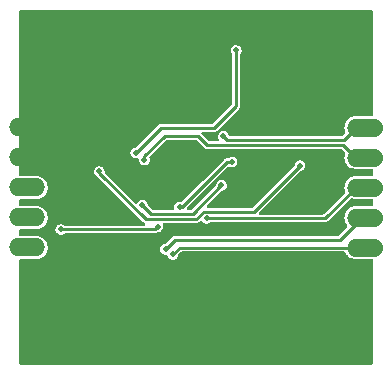
<source format=gbr>
%TF.GenerationSoftware,KiCad,Pcbnew,6.0.10-86aedd382b~118~ubuntu20.04.1*%
%TF.CreationDate,2022-12-20T17:41:16+01:00*%
%TF.ProjectId,DC_UPS,44435f55-5053-42e6-9b69-6361645f7063,rev?*%
%TF.SameCoordinates,Original*%
%TF.FileFunction,Copper,L2,Bot*%
%TF.FilePolarity,Positive*%
%FSLAX46Y46*%
G04 Gerber Fmt 4.6, Leading zero omitted, Abs format (unit mm)*
G04 Created by KiCad (PCBNEW 6.0.10-86aedd382b~118~ubuntu20.04.1) date 2022-12-20 17:41:16*
%MOMM*%
%LPD*%
G01*
G04 APERTURE LIST*
%TA.AperFunction,ComponentPad*%
%ADD10C,0.500000*%
%TD*%
%TA.AperFunction,SMDPad,CuDef*%
%ADD11R,2.650000X3.650000*%
%TD*%
%TA.AperFunction,ComponentPad*%
%ADD12O,3.048000X1.524000*%
%TD*%
%TA.AperFunction,ComponentPad*%
%ADD13C,1.524000*%
%TD*%
%TA.AperFunction,ViaPad*%
%ADD14C,0.500000*%
%TD*%
%TA.AperFunction,Conductor*%
%ADD15C,0.250000*%
%TD*%
G04 APERTURE END LIST*
D10*
%TO.P,U1,25,GND*%
%TO.N,GND*%
X42675000Y-43575000D03*
X43750000Y-44625000D03*
D11*
X43750000Y-43050000D03*
D10*
X44825000Y-44625000D03*
X44825000Y-43575000D03*
X42675000Y-41475000D03*
X43750000Y-41475000D03*
X43750000Y-42525000D03*
X42675000Y-44625000D03*
X44825000Y-42525000D03*
X44825000Y-41475000D03*
X43750000Y-43575000D03*
X42675000Y-42525000D03*
%TD*%
D12*
%TO.P,J2,1,Pin_1*%
%TO.N,/Input_V*%
X30713000Y-50085000D03*
D13*
X29975000Y-50085000D03*
D12*
%TO.P,J2,2,Pin_2*%
%TO.N,/CLN*%
X30713000Y-47545000D03*
D13*
X29975000Y-47545000D03*
D12*
%TO.P,J2,3,Pin_3*%
%TO.N,/V_SYS*%
X30713000Y-45005000D03*
D13*
X29975000Y-45005000D03*
D12*
%TO.P,J2,4,Pin_4*%
%TO.N,GND*%
X30713000Y-42465000D03*
D13*
X29975000Y-42465000D03*
D12*
%TO.P,J2,5,Pin_5*%
X30713000Y-39925000D03*
D13*
X29975000Y-39925000D03*
%TD*%
D12*
%TO.P,J3,1,Pin_1*%
%TO.N,/~{FAULT}*%
X59287000Y-50090000D03*
D13*
X60025000Y-50090000D03*
D12*
%TO.P,J3,2,Pin_2*%
%TO.N,/~{CHRG}*%
X59287000Y-47550000D03*
D13*
X60025000Y-47550000D03*
D12*
%TO.P,J3,3,Pin_3*%
%TO.N,/~{RST_OUT}*%
X59287000Y-45010000D03*
D13*
X60025000Y-45010000D03*
%TO.P,J3,4,Pin_4*%
%TO.N,/CLPROG*%
X60025000Y-42470000D03*
D12*
X59287000Y-42470000D03*
%TO.P,J3,5,Pin_5*%
%TO.N,/~{POWER_FAIL}*%
X59287000Y-39930000D03*
D13*
X60025000Y-39930000D03*
%TD*%
D14*
%TO.N,GND*%
X53400000Y-40000000D03*
X53575500Y-48800000D03*
X55270000Y-33850000D03*
X55850000Y-35140000D03*
X37400000Y-36800000D03*
X56610000Y-35140000D03*
X36800000Y-36800000D03*
X53575500Y-53800000D03*
X53570000Y-51180000D03*
X41400000Y-49600000D03*
X36200000Y-36800000D03*
X53575500Y-56200000D03*
X38400000Y-35800000D03*
X38400000Y-34800000D03*
X41800000Y-49000000D03*
X40800000Y-49600000D03*
X40200000Y-38200000D03*
X53400000Y-33400000D03*
X40600000Y-38800000D03*
X38400000Y-36800000D03*
X55270000Y-34710000D03*
X40200000Y-37600000D03*
X53400000Y-35600000D03*
%TO.N,/~{FAULT}*%
X43025499Y-50675499D03*
%TO.N,/~{CHRG}*%
X42420000Y-50234998D03*
%TO.N,/I_GATE*%
X40454891Y-46495109D03*
X47150000Y-44820000D03*
%TO.N,/V_SYS*%
X53800000Y-43150000D03*
X36800000Y-43646874D03*
%TO.N,/CHRG_PROG*%
X39900000Y-42075000D03*
X48400000Y-33400000D03*
%TO.N,/BSTFB*%
X48040000Y-42860000D03*
X43600000Y-46650000D03*
%TO.N,/CLPROG*%
X40626087Y-42649500D03*
%TO.N,/~{RST_OUT}*%
X45891069Y-47614079D03*
%TO.N,/CLN*%
X33549998Y-48559373D03*
X41738716Y-48324500D03*
%TO.N,/~{POWER_FAIL}*%
X47306233Y-40656233D03*
%TD*%
D15*
%TO.N,/~{FAULT}*%
X58525000Y-50090000D02*
X43610998Y-50090000D01*
X43610998Y-50090000D02*
X43025499Y-50675499D01*
%TO.N,/~{CHRG}*%
X57150000Y-49440000D02*
X43214998Y-49440000D01*
X43214998Y-49440000D02*
X42420000Y-50234998D01*
X58525000Y-48065000D02*
X57150000Y-49440000D01*
X58525000Y-47550000D02*
X58525000Y-48065000D01*
%TO.N,/I_GATE*%
X41184282Y-47224500D02*
X44745500Y-47224500D01*
X44745500Y-47224500D02*
X47150000Y-44820000D01*
X40454891Y-46495109D02*
X41184282Y-47224500D01*
%TO.N,/V_SYS*%
X53800000Y-43150000D02*
X49910421Y-47039579D01*
X45017182Y-47675500D02*
X40725500Y-47675500D01*
X40725500Y-47675500D02*
X36800000Y-43750000D01*
X36800000Y-43750000D02*
X36800000Y-43646874D01*
X49910421Y-47039579D02*
X45653103Y-47039579D01*
X45653103Y-47039579D02*
X45017182Y-47675500D01*
%TO.N,/CHRG_PROG*%
X42000000Y-39975000D02*
X39900000Y-42075000D01*
X48400000Y-38075000D02*
X46500000Y-39975000D01*
X46500000Y-39975000D02*
X42000000Y-39975000D01*
X48400000Y-33400000D02*
X48400000Y-38075000D01*
%TO.N,/BSTFB*%
X43600000Y-46650000D02*
X43826777Y-46650000D01*
X43826777Y-46650000D02*
X47616777Y-42860000D01*
X47616777Y-42860000D02*
X48040000Y-42860000D01*
%TO.N,/CLPROG*%
X40626087Y-42373913D02*
X40626087Y-42649500D01*
X57455000Y-41400000D02*
X45900000Y-41400000D01*
X58525000Y-42470000D02*
X57455000Y-41400000D01*
X42375000Y-40625000D02*
X40626087Y-42373913D01*
X45900000Y-41400000D02*
X45125000Y-40625000D01*
X45125000Y-40625000D02*
X42375000Y-40625000D01*
%TO.N,/~{RST_OUT}*%
X55915000Y-47620000D02*
X45896990Y-47620000D01*
X45896990Y-47620000D02*
X45891069Y-47614079D01*
X58525000Y-45010000D02*
X55915000Y-47620000D01*
%TO.N,/CLN*%
X33549998Y-48559373D02*
X41503843Y-48559373D01*
X41503843Y-48559373D02*
X41738716Y-48324500D01*
%TO.N,/~{POWER_FAIL}*%
X58525000Y-39930000D02*
X57511267Y-40943733D01*
X47593733Y-40943733D02*
X47306233Y-40656233D01*
X57511267Y-40943733D02*
X47593733Y-40943733D01*
%TD*%
%TA.AperFunction,Conductor*%
%TO.N,GND*%
G36*
X59941121Y-30021002D02*
G01*
X59987614Y-30074658D01*
X59999000Y-30127000D01*
X59999000Y-38841500D01*
X59978998Y-38909621D01*
X59925342Y-38956114D01*
X59873000Y-38967500D01*
X58476130Y-38967500D01*
X58429981Y-38972188D01*
X58336812Y-38981651D01*
X58336810Y-38981651D01*
X58330464Y-38982296D01*
X58143875Y-39040770D01*
X57972855Y-39135568D01*
X57824390Y-39262818D01*
X57704544Y-39417322D01*
X57701727Y-39423047D01*
X57701725Y-39423050D01*
X57621033Y-39587037D01*
X57621031Y-39587041D01*
X57618213Y-39592769D01*
X57568925Y-39781992D01*
X57558691Y-39977260D01*
X57587931Y-40170599D01*
X57618229Y-40252945D01*
X57623622Y-40267604D01*
X57628372Y-40338442D01*
X57594467Y-40400207D01*
X57413346Y-40581328D01*
X57351034Y-40615354D01*
X57324251Y-40618233D01*
X47862420Y-40618233D01*
X47794299Y-40598231D01*
X47747806Y-40544575D01*
X47743856Y-40533967D01*
X47743072Y-40528492D01*
X47718682Y-40474850D01*
X47693378Y-40419195D01*
X47693376Y-40419192D01*
X47689661Y-40411021D01*
X47631247Y-40343228D01*
X47611284Y-40320059D01*
X47611282Y-40320057D01*
X47605426Y-40313261D01*
X47497139Y-40243074D01*
X47488544Y-40240504D01*
X47488543Y-40240503D01*
X47382107Y-40208671D01*
X47382105Y-40208671D01*
X47373506Y-40206099D01*
X47364531Y-40206044D01*
X47364530Y-40206044D01*
X47309874Y-40205710D01*
X47244464Y-40205311D01*
X47232708Y-40208671D01*
X47129019Y-40238305D01*
X47129017Y-40238306D01*
X47120388Y-40240772D01*
X47109005Y-40247954D01*
X47019760Y-40304264D01*
X47011252Y-40309632D01*
X47005309Y-40316361D01*
X47005308Y-40316362D01*
X46997121Y-40325632D01*
X46925829Y-40406355D01*
X46922015Y-40414478D01*
X46922014Y-40414480D01*
X46908775Y-40442678D01*
X46870987Y-40523165D01*
X46861931Y-40581328D01*
X46852515Y-40641800D01*
X46852515Y-40641804D01*
X46851134Y-40650673D01*
X46852298Y-40659575D01*
X46852298Y-40659578D01*
X46866701Y-40769722D01*
X46866702Y-40769726D01*
X46867866Y-40778627D01*
X46871483Y-40786847D01*
X46919838Y-40896743D01*
X46916627Y-40898156D01*
X46931124Y-40950345D01*
X46910127Y-41018166D01*
X46855796Y-41063868D01*
X46805138Y-41074500D01*
X46087016Y-41074500D01*
X46018895Y-41054498D01*
X45997921Y-41037595D01*
X45475921Y-40515595D01*
X45441895Y-40453283D01*
X45446960Y-40382468D01*
X45489507Y-40325632D01*
X45556027Y-40300821D01*
X45565016Y-40300500D01*
X46480290Y-40300500D01*
X46491272Y-40300980D01*
X46517820Y-40303303D01*
X46517822Y-40303303D01*
X46528807Y-40304264D01*
X46565215Y-40294508D01*
X46575942Y-40292130D01*
X46579301Y-40291538D01*
X46613045Y-40285588D01*
X46622590Y-40280077D01*
X46625866Y-40278885D01*
X46629034Y-40277408D01*
X46639684Y-40274554D01*
X46670544Y-40252945D01*
X46679815Y-40247039D01*
X46702906Y-40233707D01*
X46712455Y-40228194D01*
X46736685Y-40199317D01*
X46744111Y-40191215D01*
X48616215Y-38319111D01*
X48624319Y-38311684D01*
X48644749Y-38294541D01*
X48653194Y-38287455D01*
X48658707Y-38277906D01*
X48672039Y-38254815D01*
X48677945Y-38245544D01*
X48693230Y-38223715D01*
X48699554Y-38214684D01*
X48702408Y-38204034D01*
X48703885Y-38200866D01*
X48705077Y-38197590D01*
X48710588Y-38188045D01*
X48717130Y-38150942D01*
X48719509Y-38140210D01*
X48729264Y-38103807D01*
X48725979Y-38066257D01*
X48725500Y-38055276D01*
X48725500Y-33760315D01*
X48745502Y-33692194D01*
X48758080Y-33675765D01*
X48777322Y-33654507D01*
X48833588Y-33538375D01*
X48854997Y-33411120D01*
X48855133Y-33400000D01*
X48836839Y-33272259D01*
X48783428Y-33154788D01*
X48699193Y-33057028D01*
X48590906Y-32986841D01*
X48582311Y-32984271D01*
X48582310Y-32984270D01*
X48475874Y-32952438D01*
X48475872Y-32952438D01*
X48467273Y-32949866D01*
X48458298Y-32949811D01*
X48458297Y-32949811D01*
X48403641Y-32949477D01*
X48338231Y-32949078D01*
X48326475Y-32952438D01*
X48222786Y-32982072D01*
X48222784Y-32982073D01*
X48214155Y-32984539D01*
X48105019Y-33053399D01*
X48019596Y-33150122D01*
X48015782Y-33158245D01*
X48015781Y-33158247D01*
X47989794Y-33213598D01*
X47964754Y-33266932D01*
X47963374Y-33275798D01*
X47946282Y-33385567D01*
X47946282Y-33385571D01*
X47944901Y-33394440D01*
X47946065Y-33403342D01*
X47946065Y-33403345D01*
X47960468Y-33513489D01*
X47960469Y-33513493D01*
X47961633Y-33522394D01*
X48013605Y-33640510D01*
X48019380Y-33647380D01*
X48019383Y-33647385D01*
X48044950Y-33677800D01*
X48073472Y-33742815D01*
X48074500Y-33758876D01*
X48074500Y-37887984D01*
X48054498Y-37956105D01*
X48037595Y-37977079D01*
X46402079Y-39612595D01*
X46339767Y-39646621D01*
X46312984Y-39649500D01*
X42019698Y-39649500D01*
X42008716Y-39649020D01*
X41982180Y-39646698D01*
X41982178Y-39646698D01*
X41971193Y-39645737D01*
X41960543Y-39648591D01*
X41960541Y-39648591D01*
X41934804Y-39655488D01*
X41924069Y-39657868D01*
X41916508Y-39659201D01*
X41886955Y-39664412D01*
X41877407Y-39669924D01*
X41874130Y-39671117D01*
X41870962Y-39672594D01*
X41860316Y-39675447D01*
X41851287Y-39681769D01*
X41829453Y-39697057D01*
X41820185Y-39702961D01*
X41787545Y-39721806D01*
X41780459Y-39730251D01*
X41763320Y-39750677D01*
X41755892Y-39758782D01*
X39927404Y-41587270D01*
X39865092Y-41621296D01*
X39855410Y-41623009D01*
X39847207Y-41624133D01*
X39838231Y-41624078D01*
X39776193Y-41641809D01*
X39722786Y-41657072D01*
X39722784Y-41657073D01*
X39714155Y-41659539D01*
X39685135Y-41677849D01*
X39619106Y-41719511D01*
X39605019Y-41728399D01*
X39519596Y-41825122D01*
X39464754Y-41941932D01*
X39463374Y-41950798D01*
X39446282Y-42060567D01*
X39446282Y-42060571D01*
X39444901Y-42069440D01*
X39446065Y-42078342D01*
X39446065Y-42078345D01*
X39460468Y-42188489D01*
X39460469Y-42188493D01*
X39461633Y-42197394D01*
X39513605Y-42315510D01*
X39519382Y-42322383D01*
X39519383Y-42322384D01*
X39563208Y-42374520D01*
X39596639Y-42414291D01*
X39704060Y-42485796D01*
X39784346Y-42510879D01*
X39802120Y-42516432D01*
X39827233Y-42524278D01*
X39836203Y-42524442D01*
X39836207Y-42524443D01*
X39894942Y-42525519D01*
X39956255Y-42526643D01*
X40013247Y-42511105D01*
X40084230Y-42512485D01*
X40143199Y-42552022D01*
X40171431Y-42617163D01*
X40172380Y-42634206D01*
X40172369Y-42635067D01*
X40170988Y-42643940D01*
X40172152Y-42652842D01*
X40172152Y-42652845D01*
X40186555Y-42762989D01*
X40186556Y-42762993D01*
X40187720Y-42771894D01*
X40239692Y-42890010D01*
X40245469Y-42896883D01*
X40245470Y-42896884D01*
X40247698Y-42899534D01*
X40322726Y-42988791D01*
X40430147Y-43060296D01*
X40553320Y-43098778D01*
X40562290Y-43098942D01*
X40562294Y-43098943D01*
X40621029Y-43100019D01*
X40682342Y-43101143D01*
X40744592Y-43084172D01*
X40798179Y-43069562D01*
X40798180Y-43069562D01*
X40806842Y-43067200D01*
X40814492Y-43062503D01*
X40814494Y-43062502D01*
X40909159Y-43004378D01*
X40909162Y-43004375D01*
X40916811Y-42999679D01*
X40926001Y-42989526D01*
X40997387Y-42910661D01*
X40997390Y-42910657D01*
X41003409Y-42904007D01*
X41059675Y-42787875D01*
X41067843Y-42739328D01*
X41080277Y-42665417D01*
X41081084Y-42660620D01*
X41081220Y-42649500D01*
X41067928Y-42556684D01*
X41064200Y-42530652D01*
X41064199Y-42530649D01*
X41062926Y-42521759D01*
X41059208Y-42513582D01*
X41056690Y-42504971D01*
X41058590Y-42504415D01*
X41050212Y-42445486D01*
X41079807Y-42380952D01*
X41085806Y-42374520D01*
X41767097Y-41693230D01*
X42472922Y-40987405D01*
X42535234Y-40953379D01*
X42562017Y-40950500D01*
X44937984Y-40950500D01*
X45006105Y-40970502D01*
X45027079Y-40987405D01*
X45655889Y-41616215D01*
X45663316Y-41624319D01*
X45687545Y-41653194D01*
X45697094Y-41658707D01*
X45720185Y-41672039D01*
X45729456Y-41677945D01*
X45760316Y-41699554D01*
X45770969Y-41702409D01*
X45774131Y-41703883D01*
X45777407Y-41705075D01*
X45786955Y-41710588D01*
X45797810Y-41712502D01*
X45797815Y-41712504D01*
X45824065Y-41717133D01*
X45834792Y-41719511D01*
X45860548Y-41726412D01*
X45860551Y-41726412D01*
X45871194Y-41729264D01*
X45882169Y-41728304D01*
X45882171Y-41728304D01*
X45908744Y-41725979D01*
X45919725Y-41725500D01*
X57267984Y-41725500D01*
X57336105Y-41745502D01*
X57357079Y-41762405D01*
X57591127Y-41996453D01*
X57625153Y-42058765D01*
X57620178Y-42128775D01*
X57618213Y-42132769D01*
X57568925Y-42321992D01*
X57567969Y-42340241D01*
X57559032Y-42510759D01*
X57558691Y-42517260D01*
X57587931Y-42710599D01*
X57590134Y-42716586D01*
X57590134Y-42716587D01*
X57624551Y-42810129D01*
X57655449Y-42894108D01*
X57658812Y-42899532D01*
X57658813Y-42899534D01*
X57665712Y-42910661D01*
X57758488Y-43060293D01*
X57762874Y-43064931D01*
X57887520Y-43196740D01*
X57892839Y-43202365D01*
X58053013Y-43314521D01*
X58232468Y-43392178D01*
X58252831Y-43396432D01*
X58419136Y-43431175D01*
X58419141Y-43431176D01*
X58423872Y-43432164D01*
X58430283Y-43432500D01*
X59873000Y-43432500D01*
X59941121Y-43452502D01*
X59987614Y-43506158D01*
X59999000Y-43558500D01*
X59999000Y-43921500D01*
X59978998Y-43989621D01*
X59925342Y-44036114D01*
X59873000Y-44047500D01*
X58476130Y-44047500D01*
X58429981Y-44052188D01*
X58336812Y-44061651D01*
X58336810Y-44061651D01*
X58330464Y-44062296D01*
X58143875Y-44120770D01*
X57972855Y-44215568D01*
X57824390Y-44342818D01*
X57820479Y-44347860D01*
X57820478Y-44347861D01*
X57803978Y-44369133D01*
X57704544Y-44497322D01*
X57701727Y-44503047D01*
X57701725Y-44503050D01*
X57621033Y-44667037D01*
X57621031Y-44667041D01*
X57618213Y-44672769D01*
X57568925Y-44861992D01*
X57558691Y-45057260D01*
X57587931Y-45250599D01*
X57590136Y-45256592D01*
X57623622Y-45347603D01*
X57628372Y-45418440D01*
X57594467Y-45480206D01*
X55817079Y-47257595D01*
X55754767Y-47291620D01*
X55727984Y-47294500D01*
X50420016Y-47294500D01*
X50351895Y-47274498D01*
X50305402Y-47220842D01*
X50295298Y-47150568D01*
X50324792Y-47085988D01*
X50330921Y-47079405D01*
X51981219Y-45429108D01*
X53772789Y-43637538D01*
X53835101Y-43603512D01*
X53846310Y-43601599D01*
X53847277Y-43601478D01*
X53856255Y-43601643D01*
X53918505Y-43584671D01*
X53972092Y-43570062D01*
X53972093Y-43570062D01*
X53980755Y-43567700D01*
X53988405Y-43563003D01*
X53988407Y-43563002D01*
X54083072Y-43504878D01*
X54083075Y-43504875D01*
X54090724Y-43500179D01*
X54096750Y-43493522D01*
X54171300Y-43411161D01*
X54171303Y-43411157D01*
X54177322Y-43404507D01*
X54233588Y-43288375D01*
X54236175Y-43273002D01*
X54254190Y-43165917D01*
X54254997Y-43161120D01*
X54255133Y-43150000D01*
X54247414Y-43096101D01*
X54238112Y-43031145D01*
X54238111Y-43031142D01*
X54236839Y-43022259D01*
X54228709Y-43004378D01*
X54187145Y-42912962D01*
X54187143Y-42912959D01*
X54183428Y-42904788D01*
X54099193Y-42807028D01*
X53990906Y-42736841D01*
X53982311Y-42734271D01*
X53982310Y-42734270D01*
X53875874Y-42702438D01*
X53875872Y-42702438D01*
X53867273Y-42699866D01*
X53858298Y-42699811D01*
X53858297Y-42699811D01*
X53803641Y-42699477D01*
X53738231Y-42699078D01*
X53726475Y-42702438D01*
X53622786Y-42732072D01*
X53622784Y-42732073D01*
X53614155Y-42734539D01*
X53505019Y-42803399D01*
X53419596Y-42900122D01*
X53415782Y-42908245D01*
X53415781Y-42908247D01*
X53389794Y-42963598D01*
X53364754Y-43016932D01*
X53363374Y-43025794D01*
X53363373Y-43025798D01*
X53351166Y-43104202D01*
X53320922Y-43168434D01*
X53315761Y-43173912D01*
X49812500Y-46677174D01*
X49750188Y-46711200D01*
X49723405Y-46714079D01*
X46020437Y-46714079D01*
X45952316Y-46694077D01*
X45905823Y-46640421D01*
X45895719Y-46570147D01*
X45925213Y-46505567D01*
X45931342Y-46498984D01*
X47122788Y-45307538D01*
X47185100Y-45273512D01*
X47196309Y-45271599D01*
X47197277Y-45271478D01*
X47206255Y-45271643D01*
X47283443Y-45250599D01*
X47322092Y-45240062D01*
X47322093Y-45240062D01*
X47330755Y-45237700D01*
X47338405Y-45233003D01*
X47338407Y-45233002D01*
X47433072Y-45174878D01*
X47433075Y-45174875D01*
X47440724Y-45170179D01*
X47451741Y-45158008D01*
X47521300Y-45081161D01*
X47521303Y-45081157D01*
X47527322Y-45074507D01*
X47583588Y-44958375D01*
X47604997Y-44831120D01*
X47605133Y-44820000D01*
X47586839Y-44692259D01*
X47580724Y-44678809D01*
X47537145Y-44582962D01*
X47537143Y-44582959D01*
X47533428Y-44574788D01*
X47471615Y-44503050D01*
X47455051Y-44483826D01*
X47455049Y-44483824D01*
X47449193Y-44477028D01*
X47340906Y-44406841D01*
X47332311Y-44404271D01*
X47332310Y-44404270D01*
X47225874Y-44372438D01*
X47225872Y-44372438D01*
X47217273Y-44369866D01*
X47208298Y-44369811D01*
X47208297Y-44369811D01*
X47153641Y-44369477D01*
X47088231Y-44369078D01*
X47076475Y-44372438D01*
X46972786Y-44402072D01*
X46972784Y-44402073D01*
X46964155Y-44404539D01*
X46855019Y-44473399D01*
X46769596Y-44570122D01*
X46765782Y-44578245D01*
X46765781Y-44578247D01*
X46762192Y-44585892D01*
X46714754Y-44686932D01*
X46702692Y-44764401D01*
X46701166Y-44774203D01*
X46670922Y-44838435D01*
X46665761Y-44843913D01*
X44647579Y-46862095D01*
X44585267Y-46896121D01*
X44558484Y-46899000D01*
X44342293Y-46899000D01*
X44274172Y-46878998D01*
X44227679Y-46825342D01*
X44217575Y-46755068D01*
X44247069Y-46690488D01*
X44253198Y-46683905D01*
X47664355Y-43272749D01*
X47726667Y-43238723D01*
X47797483Y-43243788D01*
X47823267Y-43256955D01*
X47844060Y-43270796D01*
X47900327Y-43288375D01*
X47950026Y-43303902D01*
X47967233Y-43309278D01*
X47976203Y-43309442D01*
X47976207Y-43309443D01*
X48034942Y-43310519D01*
X48096255Y-43311643D01*
X48181600Y-43288375D01*
X48212092Y-43280062D01*
X48212093Y-43280062D01*
X48220755Y-43277700D01*
X48228405Y-43273003D01*
X48228407Y-43273002D01*
X48323072Y-43214878D01*
X48323075Y-43214875D01*
X48330724Y-43210179D01*
X48340155Y-43199760D01*
X48411300Y-43121161D01*
X48411303Y-43121157D01*
X48417322Y-43114507D01*
X48473588Y-42998375D01*
X48475201Y-42988791D01*
X48494190Y-42875917D01*
X48494997Y-42871120D01*
X48495133Y-42860000D01*
X48484804Y-42787875D01*
X48478112Y-42741145D01*
X48478111Y-42741142D01*
X48476839Y-42732259D01*
X48473125Y-42724090D01*
X48427145Y-42622962D01*
X48427143Y-42622959D01*
X48423428Y-42614788D01*
X48395225Y-42582057D01*
X48345051Y-42523826D01*
X48345049Y-42523824D01*
X48339193Y-42517028D01*
X48230906Y-42446841D01*
X48222311Y-42444271D01*
X48222310Y-42444270D01*
X48115874Y-42412438D01*
X48115872Y-42412438D01*
X48107273Y-42409866D01*
X48098298Y-42409811D01*
X48098297Y-42409811D01*
X48043641Y-42409477D01*
X47978231Y-42409078D01*
X47921895Y-42425179D01*
X47862786Y-42442072D01*
X47862784Y-42442073D01*
X47854155Y-42444539D01*
X47745019Y-42513399D01*
X47743353Y-42510759D01*
X47692652Y-42533372D01*
X47675829Y-42534500D01*
X47636475Y-42534500D01*
X47625493Y-42534020D01*
X47598957Y-42531698D01*
X47598955Y-42531698D01*
X47587970Y-42530737D01*
X47577320Y-42533591D01*
X47577318Y-42533591D01*
X47551581Y-42540488D01*
X47540846Y-42542868D01*
X47533285Y-42544201D01*
X47503732Y-42549412D01*
X47494184Y-42554924D01*
X47490907Y-42556117D01*
X47487739Y-42557594D01*
X47477093Y-42560447D01*
X47468064Y-42566769D01*
X47446230Y-42582057D01*
X47436962Y-42587961D01*
X47404322Y-42606806D01*
X47397234Y-42615253D01*
X47380103Y-42635669D01*
X47372677Y-42643773D01*
X45596318Y-44420133D01*
X43835375Y-46181076D01*
X43773063Y-46215102D01*
X43710181Y-46212698D01*
X43667273Y-46199866D01*
X43658297Y-46199811D01*
X43658296Y-46199811D01*
X43604558Y-46199483D01*
X43538231Y-46199078D01*
X43482164Y-46215102D01*
X43422786Y-46232072D01*
X43422784Y-46232073D01*
X43414155Y-46234539D01*
X43305019Y-46303399D01*
X43219596Y-46400122D01*
X43164754Y-46516932D01*
X43157659Y-46562498D01*
X43146282Y-46635567D01*
X43146282Y-46635571D01*
X43144901Y-46644440D01*
X43146065Y-46653342D01*
X43146065Y-46653345D01*
X43159576Y-46756663D01*
X43148576Y-46826802D01*
X43101402Y-46879859D01*
X43034640Y-46899000D01*
X41371298Y-46899000D01*
X41303177Y-46878998D01*
X41282203Y-46862095D01*
X40938837Y-46518729D01*
X40904811Y-46456417D01*
X40903205Y-46447496D01*
X40893003Y-46376254D01*
X40893002Y-46376251D01*
X40891730Y-46367368D01*
X40862645Y-46303399D01*
X40842036Y-46258071D01*
X40842034Y-46258068D01*
X40838319Y-46249897D01*
X40808338Y-46215102D01*
X40759942Y-46158935D01*
X40759940Y-46158933D01*
X40754084Y-46152137D01*
X40645797Y-46081950D01*
X40637202Y-46079380D01*
X40637201Y-46079379D01*
X40530765Y-46047547D01*
X40530763Y-46047547D01*
X40522164Y-46044975D01*
X40513189Y-46044920D01*
X40513188Y-46044920D01*
X40458532Y-46044586D01*
X40393122Y-46044187D01*
X40381366Y-46047547D01*
X40277677Y-46077181D01*
X40277675Y-46077182D01*
X40269046Y-46079648D01*
X40159910Y-46148508D01*
X40153967Y-46155237D01*
X40153966Y-46155238D01*
X40103219Y-46212698D01*
X40074487Y-46245231D01*
X40070672Y-46253356D01*
X40070671Y-46253358D01*
X40048853Y-46299830D01*
X40001798Y-46352992D01*
X39933470Y-46372275D01*
X39865564Y-46351556D01*
X39845703Y-46335377D01*
X37288451Y-43778125D01*
X37254425Y-43715813D01*
X37253293Y-43668121D01*
X37254190Y-43662790D01*
X37254997Y-43657994D01*
X37255133Y-43646874D01*
X37244133Y-43570062D01*
X37238112Y-43528019D01*
X37238111Y-43528016D01*
X37236839Y-43519133D01*
X37228221Y-43500179D01*
X37187145Y-43409836D01*
X37187143Y-43409833D01*
X37183428Y-43401662D01*
X37157625Y-43371716D01*
X37105051Y-43310700D01*
X37105049Y-43310698D01*
X37099193Y-43303902D01*
X36990906Y-43233715D01*
X36982311Y-43231145D01*
X36982310Y-43231144D01*
X36875874Y-43199312D01*
X36875872Y-43199312D01*
X36867273Y-43196740D01*
X36858298Y-43196685D01*
X36858297Y-43196685D01*
X36803641Y-43196351D01*
X36738231Y-43195952D01*
X36702976Y-43206028D01*
X36622786Y-43228946D01*
X36622784Y-43228947D01*
X36614155Y-43231413D01*
X36505019Y-43300273D01*
X36499076Y-43307002D01*
X36499075Y-43307003D01*
X36490197Y-43317056D01*
X36419596Y-43396996D01*
X36415782Y-43405119D01*
X36415781Y-43405121D01*
X36403549Y-43431175D01*
X36364754Y-43513806D01*
X36363374Y-43522672D01*
X36346282Y-43632441D01*
X36346282Y-43632445D01*
X36344901Y-43641314D01*
X36346065Y-43650216D01*
X36346065Y-43650219D01*
X36360468Y-43760363D01*
X36360469Y-43760367D01*
X36361633Y-43769268D01*
X36413605Y-43887384D01*
X36419382Y-43894257D01*
X36419383Y-43894258D01*
X36490859Y-43979289D01*
X36496639Y-43986165D01*
X36504116Y-43991142D01*
X36589287Y-44047836D01*
X36604060Y-44057670D01*
X36612630Y-44060347D01*
X36612629Y-44060347D01*
X36637416Y-44068091D01*
X36688937Y-44099263D01*
X38615052Y-46025379D01*
X40481395Y-47891722D01*
X40488815Y-47899818D01*
X40513045Y-47928694D01*
X40522588Y-47934204D01*
X40522592Y-47934207D01*
X40545679Y-47947536D01*
X40554948Y-47953440D01*
X40585816Y-47975054D01*
X40596464Y-47977907D01*
X40599635Y-47979386D01*
X40602912Y-47980579D01*
X40612455Y-47986088D01*
X40623305Y-47988001D01*
X40627346Y-47989472D01*
X40684518Y-48031566D01*
X40709856Y-48097887D01*
X40695315Y-48167379D01*
X40645513Y-48217978D01*
X40584252Y-48233873D01*
X33913411Y-48233873D01*
X33844880Y-48213606D01*
X33748436Y-48151095D01*
X33748431Y-48151093D01*
X33740904Y-48146214D01*
X33732309Y-48143644D01*
X33732308Y-48143643D01*
X33625872Y-48111811D01*
X33625870Y-48111811D01*
X33617271Y-48109239D01*
X33608296Y-48109184D01*
X33608295Y-48109184D01*
X33553639Y-48108850D01*
X33488229Y-48108451D01*
X33476473Y-48111811D01*
X33372784Y-48141445D01*
X33372782Y-48141446D01*
X33364153Y-48143912D01*
X33356563Y-48148701D01*
X33263945Y-48207139D01*
X33255017Y-48212772D01*
X33249074Y-48219501D01*
X33249073Y-48219502D01*
X33197970Y-48277365D01*
X33169594Y-48309495D01*
X33165780Y-48317618D01*
X33165779Y-48317620D01*
X33155076Y-48340417D01*
X33114752Y-48426305D01*
X33113372Y-48435171D01*
X33096280Y-48544940D01*
X33096280Y-48544944D01*
X33094899Y-48553813D01*
X33096063Y-48562715D01*
X33096063Y-48562718D01*
X33110466Y-48672862D01*
X33110467Y-48672866D01*
X33111631Y-48681767D01*
X33115248Y-48689987D01*
X33152781Y-48775287D01*
X33163603Y-48799883D01*
X33169380Y-48806756D01*
X33169381Y-48806757D01*
X33235044Y-48884873D01*
X33246637Y-48898664D01*
X33354058Y-48970169D01*
X33477231Y-49008651D01*
X33486201Y-49008815D01*
X33486205Y-49008816D01*
X33544940Y-49009892D01*
X33606253Y-49011016D01*
X33668503Y-48994044D01*
X33722090Y-48979435D01*
X33722091Y-48979435D01*
X33730753Y-48977073D01*
X33738403Y-48972376D01*
X33738405Y-48972375D01*
X33785737Y-48943313D01*
X33840722Y-48909552D01*
X33841325Y-48910534D01*
X33898645Y-48885805D01*
X33913942Y-48884873D01*
X41484133Y-48884873D01*
X41495115Y-48885353D01*
X41521663Y-48887676D01*
X41521665Y-48887676D01*
X41532650Y-48888637D01*
X41569058Y-48878881D01*
X41579785Y-48876503D01*
X41583144Y-48875911D01*
X41616888Y-48869961D01*
X41626433Y-48864450D01*
X41629709Y-48863258D01*
X41632877Y-48861781D01*
X41643527Y-48858927D01*
X41674387Y-48837318D01*
X41683658Y-48831412D01*
X41706749Y-48818080D01*
X41716298Y-48812567D01*
X41723370Y-48804139D01*
X41787900Y-48776013D01*
X41794971Y-48776143D01*
X41857221Y-48759171D01*
X41910808Y-48744562D01*
X41910809Y-48744562D01*
X41919471Y-48742200D01*
X41927121Y-48737503D01*
X41927123Y-48737502D01*
X42021788Y-48679378D01*
X42021791Y-48679375D01*
X42029440Y-48674679D01*
X42062188Y-48638500D01*
X42110016Y-48585661D01*
X42110019Y-48585657D01*
X42116038Y-48579007D01*
X42172304Y-48462875D01*
X42177645Y-48431132D01*
X42192906Y-48340417D01*
X42193713Y-48335620D01*
X42193849Y-48324500D01*
X42186464Y-48272933D01*
X42176828Y-48205645D01*
X42176827Y-48205642D01*
X42175555Y-48196759D01*
X42171841Y-48188591D01*
X42171840Y-48188587D01*
X42167550Y-48179152D01*
X42157562Y-48108861D01*
X42187163Y-48044330D01*
X42246952Y-48006045D01*
X42282250Y-48001000D01*
X44997472Y-48001000D01*
X45008454Y-48001480D01*
X45035002Y-48003803D01*
X45035004Y-48003803D01*
X45045989Y-48004764D01*
X45082397Y-47995008D01*
X45093124Y-47992630D01*
X45096483Y-47992038D01*
X45130227Y-47986088D01*
X45139772Y-47980577D01*
X45143048Y-47979385D01*
X45146216Y-47977908D01*
X45156866Y-47975054D01*
X45187732Y-47953441D01*
X45196997Y-47947539D01*
X45220088Y-47934207D01*
X45229637Y-47928694D01*
X45253867Y-47899817D01*
X45261293Y-47891715D01*
X45314260Y-47838748D01*
X45376572Y-47804722D01*
X45447387Y-47809787D01*
X45503416Y-47851730D01*
X45504674Y-47854589D01*
X45510449Y-47861459D01*
X45510450Y-47861461D01*
X45581928Y-47946494D01*
X45587708Y-47953370D01*
X45627014Y-47979534D01*
X45664917Y-48004764D01*
X45695129Y-48024875D01*
X45781791Y-48051950D01*
X45800125Y-48057678D01*
X45818302Y-48063357D01*
X45827272Y-48063521D01*
X45827276Y-48063522D01*
X45886011Y-48064598D01*
X45947324Y-48065722D01*
X46025788Y-48044330D01*
X46063161Y-48034141D01*
X46063162Y-48034141D01*
X46071824Y-48031779D01*
X46079474Y-48027082D01*
X46079476Y-48027081D01*
X46181793Y-47964258D01*
X46183782Y-47967498D01*
X46232508Y-47946441D01*
X46247881Y-47945500D01*
X55895290Y-47945500D01*
X55906272Y-47945980D01*
X55932820Y-47948303D01*
X55932822Y-47948303D01*
X55943807Y-47949264D01*
X55980215Y-47939508D01*
X55990942Y-47937130D01*
X55994301Y-47936538D01*
X56028045Y-47930588D01*
X56037590Y-47925077D01*
X56040866Y-47923885D01*
X56044034Y-47922408D01*
X56054684Y-47919554D01*
X56085544Y-47897945D01*
X56094815Y-47892039D01*
X56117906Y-47878707D01*
X56127455Y-47873194D01*
X56151685Y-47844317D01*
X56159111Y-47836215D01*
X58053740Y-45941587D01*
X58116052Y-45907561D01*
X58192873Y-45915044D01*
X58232468Y-45932178D01*
X58238715Y-45933483D01*
X58238718Y-45933484D01*
X58419136Y-45971175D01*
X58419141Y-45971176D01*
X58423872Y-45972164D01*
X58430283Y-45972500D01*
X59873000Y-45972500D01*
X59941121Y-45992502D01*
X59987614Y-46046158D01*
X59999000Y-46098500D01*
X59999000Y-46461500D01*
X59978998Y-46529621D01*
X59925342Y-46576114D01*
X59873000Y-46587500D01*
X58476130Y-46587500D01*
X58429981Y-46592188D01*
X58336812Y-46601651D01*
X58336810Y-46601651D01*
X58330464Y-46602296D01*
X58143875Y-46660770D01*
X57972855Y-46755568D01*
X57824390Y-46882818D01*
X57704544Y-47037322D01*
X57701727Y-47043047D01*
X57701725Y-47043050D01*
X57621033Y-47207037D01*
X57621031Y-47207041D01*
X57618213Y-47212769D01*
X57568925Y-47401992D01*
X57558691Y-47597260D01*
X57587931Y-47790599D01*
X57590134Y-47796586D01*
X57590134Y-47796587D01*
X57649650Y-47958347D01*
X57655449Y-47974108D01*
X57658812Y-47979532D01*
X57658813Y-47979534D01*
X57692671Y-48034141D01*
X57758488Y-48140293D01*
X57786523Y-48169939D01*
X57818794Y-48233173D01*
X57811755Y-48303819D01*
X57784069Y-48345605D01*
X57052079Y-49077595D01*
X56989767Y-49111621D01*
X56962984Y-49114500D01*
X43234708Y-49114500D01*
X43223726Y-49114020D01*
X43197178Y-49111697D01*
X43197176Y-49111697D01*
X43186191Y-49110736D01*
X43149783Y-49120492D01*
X43139056Y-49122870D01*
X43135697Y-49123462D01*
X43101953Y-49129412D01*
X43092408Y-49134923D01*
X43089132Y-49136115D01*
X43085964Y-49137592D01*
X43075314Y-49140446D01*
X43066283Y-49146770D01*
X43044454Y-49162055D01*
X43035183Y-49167961D01*
X43012092Y-49181293D01*
X43002543Y-49186806D01*
X42995457Y-49195251D01*
X42978313Y-49215682D01*
X42970887Y-49223785D01*
X42447404Y-49747268D01*
X42385092Y-49781294D01*
X42375410Y-49783007D01*
X42367207Y-49784131D01*
X42358231Y-49784076D01*
X42335943Y-49790446D01*
X42242786Y-49817070D01*
X42242784Y-49817071D01*
X42234155Y-49819537D01*
X42125019Y-49888397D01*
X42039596Y-49985120D01*
X41984754Y-50101930D01*
X41983374Y-50110796D01*
X41966282Y-50220565D01*
X41966282Y-50220569D01*
X41964901Y-50229438D01*
X41966065Y-50238340D01*
X41966065Y-50238343D01*
X41980468Y-50348487D01*
X41980469Y-50348491D01*
X41981633Y-50357392D01*
X42033605Y-50475508D01*
X42039382Y-50482381D01*
X42039383Y-50482382D01*
X42110859Y-50567413D01*
X42116639Y-50574289D01*
X42224060Y-50645794D01*
X42347233Y-50684276D01*
X42464267Y-50686421D01*
X42532009Y-50707668D01*
X42577511Y-50762167D01*
X42582614Y-50780610D01*
X42583555Y-50780347D01*
X42585967Y-50788987D01*
X42587132Y-50797893D01*
X42639104Y-50916009D01*
X42722138Y-51014790D01*
X42829559Y-51086295D01*
X42952732Y-51124777D01*
X42961702Y-51124941D01*
X42961706Y-51124942D01*
X43020441Y-51126018D01*
X43081754Y-51127142D01*
X43161579Y-51105379D01*
X43197591Y-51095561D01*
X43197592Y-51095561D01*
X43206254Y-51093199D01*
X43213904Y-51088502D01*
X43213906Y-51088501D01*
X43308571Y-51030377D01*
X43308574Y-51030374D01*
X43316223Y-51025678D01*
X43322249Y-51019021D01*
X43396799Y-50936660D01*
X43396802Y-50936656D01*
X43402821Y-50930006D01*
X43459087Y-50813874D01*
X43464728Y-50780347D01*
X43474986Y-50719370D01*
X43510145Y-50651179D01*
X43708919Y-50452405D01*
X43771231Y-50418379D01*
X43798014Y-50415500D01*
X57531269Y-50415500D01*
X57599390Y-50435502D01*
X57645883Y-50489158D01*
X57649518Y-50497989D01*
X57655449Y-50514108D01*
X57658815Y-50519536D01*
X57658817Y-50519541D01*
X57725997Y-50627890D01*
X57758488Y-50680293D01*
X57762874Y-50684931D01*
X57835913Y-50762167D01*
X57892839Y-50822365D01*
X58053013Y-50934521D01*
X58232468Y-51012178D01*
X58238721Y-51013484D01*
X58238720Y-51013484D01*
X58419136Y-51051175D01*
X58419141Y-51051176D01*
X58423872Y-51052164D01*
X58430283Y-51052500D01*
X59873000Y-51052500D01*
X59941121Y-51072502D01*
X59987614Y-51126158D01*
X59999000Y-51178500D01*
X59999000Y-59873000D01*
X59978998Y-59941121D01*
X59925342Y-59987614D01*
X59873000Y-59999000D01*
X30127000Y-59999000D01*
X30058879Y-59978998D01*
X30012386Y-59925342D01*
X30001000Y-59873000D01*
X30001000Y-51173500D01*
X30021002Y-51105379D01*
X30074658Y-51058886D01*
X30127000Y-51047500D01*
X31523870Y-51047500D01*
X31570019Y-51042812D01*
X31663188Y-51033349D01*
X31663190Y-51033349D01*
X31669536Y-51032704D01*
X31856125Y-50974230D01*
X32027145Y-50879432D01*
X32175610Y-50752182D01*
X32295456Y-50597678D01*
X32306965Y-50574289D01*
X32378967Y-50427963D01*
X32378969Y-50427959D01*
X32381787Y-50422231D01*
X32431075Y-50233008D01*
X32441309Y-50037740D01*
X32412069Y-49844401D01*
X32392218Y-49790446D01*
X32346755Y-49666882D01*
X32346755Y-49666881D01*
X32344551Y-49660892D01*
X32241512Y-49494707D01*
X32107161Y-49352635D01*
X31946987Y-49240479D01*
X31767532Y-49162822D01*
X31669279Y-49142296D01*
X31580864Y-49123825D01*
X31580859Y-49123824D01*
X31576128Y-49122836D01*
X31569717Y-49122500D01*
X30127000Y-49122500D01*
X30058879Y-49102498D01*
X30012386Y-49048842D01*
X30001000Y-48996500D01*
X30001000Y-48633500D01*
X30021002Y-48565379D01*
X30074658Y-48518886D01*
X30127000Y-48507500D01*
X31523870Y-48507500D01*
X31570019Y-48502812D01*
X31663188Y-48493349D01*
X31663190Y-48493349D01*
X31669536Y-48492704D01*
X31856125Y-48434230D01*
X32027145Y-48339432D01*
X32175610Y-48212182D01*
X32187574Y-48196759D01*
X32253466Y-48111811D01*
X32295456Y-48057678D01*
X32298275Y-48051950D01*
X32378967Y-47887963D01*
X32378969Y-47887959D01*
X32381787Y-47882231D01*
X32431075Y-47693008D01*
X32441309Y-47497740D01*
X32412069Y-47304401D01*
X32376516Y-47207769D01*
X32346755Y-47126882D01*
X32346755Y-47126881D01*
X32344551Y-47120892D01*
X32241512Y-46954707D01*
X32170732Y-46879859D01*
X32111550Y-46817276D01*
X32111549Y-46817275D01*
X32107161Y-46812635D01*
X31946987Y-46700479D01*
X31767532Y-46622822D01*
X31669279Y-46602296D01*
X31580864Y-46583825D01*
X31580859Y-46583824D01*
X31576128Y-46582836D01*
X31569717Y-46582500D01*
X30127000Y-46582500D01*
X30058879Y-46562498D01*
X30012386Y-46508842D01*
X30001000Y-46456500D01*
X30001000Y-46093500D01*
X30021002Y-46025379D01*
X30074658Y-45978886D01*
X30127000Y-45967500D01*
X31523870Y-45967500D01*
X31570019Y-45962812D01*
X31663188Y-45953349D01*
X31663190Y-45953349D01*
X31669536Y-45952704D01*
X31856125Y-45894230D01*
X32027145Y-45799432D01*
X32175610Y-45672182D01*
X32295456Y-45517678D01*
X32313895Y-45480206D01*
X32378967Y-45347963D01*
X32378969Y-45347959D01*
X32381787Y-45342231D01*
X32431075Y-45153008D01*
X32441309Y-44957740D01*
X32412069Y-44764401D01*
X32388796Y-44701145D01*
X32346755Y-44586882D01*
X32346755Y-44586881D01*
X32344551Y-44580892D01*
X32340767Y-44574788D01*
X32280153Y-44477028D01*
X32241512Y-44414707D01*
X32173530Y-44342818D01*
X32111550Y-44277276D01*
X32111549Y-44277275D01*
X32107161Y-44272635D01*
X31946987Y-44160479D01*
X31767532Y-44082822D01*
X31669279Y-44062296D01*
X31580864Y-44043825D01*
X31580859Y-44043824D01*
X31576128Y-44042836D01*
X31569717Y-44042500D01*
X30127000Y-44042500D01*
X30058879Y-44022498D01*
X30012386Y-43968842D01*
X30001000Y-43916500D01*
X30001000Y-30127000D01*
X30021002Y-30058879D01*
X30074658Y-30012386D01*
X30127000Y-30001000D01*
X59873000Y-30001000D01*
X59941121Y-30021002D01*
G37*
%TD.AperFunction*%
%TD*%
M02*

</source>
